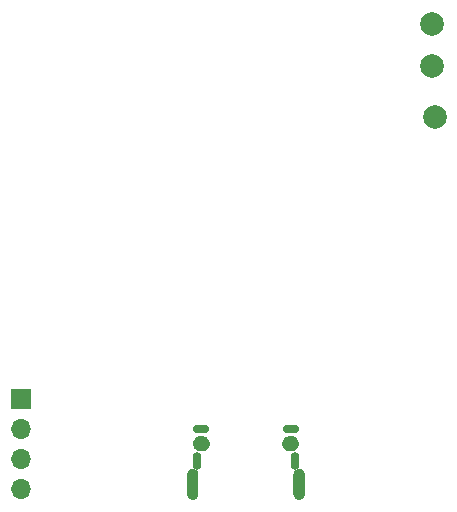
<source format=gbr>
%TF.GenerationSoftware,KiCad,Pcbnew,(6.0.1)*%
%TF.CreationDate,2022-02-16T12:20:19+01:00*%
%TF.ProjectId,KiCad_PCB,4b694361-645f-4504-9342-2e6b69636164,rev?*%
%TF.SameCoordinates,Original*%
%TF.FileFunction,Soldermask,Bot*%
%TF.FilePolarity,Negative*%
%FSLAX46Y46*%
G04 Gerber Fmt 4.6, Leading zero omitted, Abs format (unit mm)*
G04 Created by KiCad (PCBNEW (6.0.1)) date 2022-02-16 12:20:19*
%MOMM*%
%LPD*%
G01*
G04 APERTURE LIST*
%ADD10C,0.700000*%
%ADD11O,1.400000X0.700000*%
%ADD12O,0.750000X1.500000*%
%ADD13R,1.700000X1.700000*%
%ADD14O,1.700000X1.700000*%
%ADD15C,2.000000*%
G04 APERTURE END LIST*
%TO.C,J2*%
G36*
X137622000Y-100177000D02*
G01*
X137647000Y-100179000D01*
X137671000Y-100182000D01*
X137696000Y-100186000D01*
X137720000Y-100192000D01*
X137744000Y-100199000D01*
X137790000Y-100217000D01*
X137813000Y-100228000D01*
X137835000Y-100240000D01*
X137856000Y-100253000D01*
X137876000Y-100267000D01*
X137896000Y-100282000D01*
X137915000Y-100298000D01*
X137933000Y-100315000D01*
X137950000Y-100333000D01*
X137966000Y-100352000D01*
X137981000Y-100372000D01*
X137995000Y-100392000D01*
X138008000Y-100414000D01*
X138020000Y-100435000D01*
X138031000Y-100458000D01*
X138049000Y-100504000D01*
X138056000Y-100528000D01*
X138062000Y-100552000D01*
X138066000Y-100577000D01*
X138069000Y-100601000D01*
X138071000Y-100626000D01*
X138072000Y-100651000D01*
X138072000Y-102318000D01*
X138071000Y-102343000D01*
X138069000Y-102368000D01*
X138066000Y-102392000D01*
X138062000Y-102417000D01*
X138056000Y-102441000D01*
X138049000Y-102465000D01*
X138040000Y-102489000D01*
X138031000Y-102512000D01*
X138020000Y-102534000D01*
X138008000Y-102556000D01*
X137995000Y-102577000D01*
X137981000Y-102598000D01*
X137966000Y-102618000D01*
X137950000Y-102637000D01*
X137933000Y-102655000D01*
X137915000Y-102672000D01*
X137896000Y-102688000D01*
X137876000Y-102703000D01*
X137855000Y-102717000D01*
X137834000Y-102730000D01*
X137812000Y-102742000D01*
X137790000Y-102753000D01*
X137767000Y-102762000D01*
X137743000Y-102771000D01*
X137719000Y-102778000D01*
X137695000Y-102784000D01*
X137670000Y-102788000D01*
X137646000Y-102791000D01*
X137621000Y-102793000D01*
X137596000Y-102794000D01*
X137571000Y-102793000D01*
X137546000Y-102791000D01*
X137522000Y-102788000D01*
X137497000Y-102784000D01*
X137473000Y-102778000D01*
X137449000Y-102771000D01*
X137403000Y-102753000D01*
X137380000Y-102742000D01*
X137359000Y-102730000D01*
X137337000Y-102717000D01*
X137317000Y-102703000D01*
X137297000Y-102688000D01*
X137278000Y-102672000D01*
X137260000Y-102655000D01*
X137243000Y-102637000D01*
X137227000Y-102618000D01*
X137212000Y-102598000D01*
X137198000Y-102578000D01*
X137185000Y-102557000D01*
X137173000Y-102535000D01*
X137162000Y-102512000D01*
X137144000Y-102466000D01*
X137137000Y-102442000D01*
X137131000Y-102418000D01*
X137127000Y-102393000D01*
X137124000Y-102369000D01*
X137122000Y-102344000D01*
X137121000Y-102319000D01*
X137121000Y-100652000D01*
X137122000Y-100627000D01*
X137124000Y-100602000D01*
X137127000Y-100578000D01*
X137131000Y-100553000D01*
X137137000Y-100529000D01*
X137144000Y-100505000D01*
X137153000Y-100481000D01*
X137162000Y-100458000D01*
X137173000Y-100436000D01*
X137185000Y-100414000D01*
X137198000Y-100393000D01*
X137212000Y-100372000D01*
X137227000Y-100352000D01*
X137243000Y-100333000D01*
X137260000Y-100315000D01*
X137278000Y-100298000D01*
X137297000Y-100282000D01*
X137317000Y-100267000D01*
X137338000Y-100253000D01*
X137359000Y-100240000D01*
X137381000Y-100228000D01*
X137403000Y-100217000D01*
X137426000Y-100208000D01*
X137450000Y-100199000D01*
X137474000Y-100192000D01*
X137498000Y-100186000D01*
X137523000Y-100182000D01*
X137547000Y-100179000D01*
X137572000Y-100177000D01*
X137597000Y-100176000D01*
X137622000Y-100177000D01*
G37*
G36*
X128622000Y-100177000D02*
G01*
X128647000Y-100179000D01*
X128671000Y-100182000D01*
X128696000Y-100186000D01*
X128720000Y-100192000D01*
X128744000Y-100199000D01*
X128790000Y-100217000D01*
X128813000Y-100228000D01*
X128835000Y-100240000D01*
X128856000Y-100253000D01*
X128876000Y-100267000D01*
X128896000Y-100282000D01*
X128915000Y-100298000D01*
X128933000Y-100315000D01*
X128950000Y-100333000D01*
X128966000Y-100352000D01*
X128981000Y-100372000D01*
X128995000Y-100392000D01*
X129008000Y-100414000D01*
X129020000Y-100435000D01*
X129031000Y-100458000D01*
X129049000Y-100504000D01*
X129056000Y-100528000D01*
X129062000Y-100552000D01*
X129066000Y-100577000D01*
X129069000Y-100601000D01*
X129071000Y-100626000D01*
X129072000Y-100651000D01*
X129072000Y-102318000D01*
X129071000Y-102343000D01*
X129069000Y-102368000D01*
X129066000Y-102392000D01*
X129062000Y-102417000D01*
X129056000Y-102441000D01*
X129049000Y-102465000D01*
X129040000Y-102489000D01*
X129031000Y-102512000D01*
X129020000Y-102534000D01*
X129008000Y-102556000D01*
X128995000Y-102577000D01*
X128981000Y-102598000D01*
X128966000Y-102618000D01*
X128950000Y-102637000D01*
X128933000Y-102655000D01*
X128915000Y-102672000D01*
X128896000Y-102688000D01*
X128876000Y-102703000D01*
X128855000Y-102717000D01*
X128834000Y-102730000D01*
X128812000Y-102742000D01*
X128790000Y-102753000D01*
X128767000Y-102762000D01*
X128743000Y-102771000D01*
X128719000Y-102778000D01*
X128695000Y-102784000D01*
X128670000Y-102788000D01*
X128646000Y-102791000D01*
X128621000Y-102793000D01*
X128596000Y-102794000D01*
X128571000Y-102793000D01*
X128546000Y-102791000D01*
X128522000Y-102788000D01*
X128497000Y-102784000D01*
X128473000Y-102778000D01*
X128449000Y-102771000D01*
X128403000Y-102753000D01*
X128380000Y-102742000D01*
X128359000Y-102730000D01*
X128337000Y-102717000D01*
X128317000Y-102703000D01*
X128297000Y-102688000D01*
X128278000Y-102672000D01*
X128260000Y-102655000D01*
X128243000Y-102637000D01*
X128227000Y-102618000D01*
X128212000Y-102598000D01*
X128198000Y-102578000D01*
X128185000Y-102557000D01*
X128173000Y-102535000D01*
X128162000Y-102512000D01*
X128144000Y-102466000D01*
X128137000Y-102442000D01*
X128131000Y-102418000D01*
X128127000Y-102393000D01*
X128124000Y-102369000D01*
X128122000Y-102344000D01*
X128121000Y-102319000D01*
X128121000Y-100652000D01*
X128122000Y-100627000D01*
X128124000Y-100602000D01*
X128127000Y-100578000D01*
X128131000Y-100553000D01*
X128137000Y-100529000D01*
X128144000Y-100505000D01*
X128153000Y-100481000D01*
X128162000Y-100458000D01*
X128173000Y-100436000D01*
X128185000Y-100414000D01*
X128198000Y-100393000D01*
X128212000Y-100372000D01*
X128227000Y-100352000D01*
X128243000Y-100333000D01*
X128260000Y-100315000D01*
X128278000Y-100298000D01*
X128297000Y-100282000D01*
X128317000Y-100267000D01*
X128338000Y-100253000D01*
X128359000Y-100240000D01*
X128381000Y-100228000D01*
X128403000Y-100217000D01*
X128426000Y-100208000D01*
X128450000Y-100199000D01*
X128474000Y-100192000D01*
X128498000Y-100186000D01*
X128523000Y-100182000D01*
X128547000Y-100179000D01*
X128572000Y-100177000D01*
X128597000Y-100176000D01*
X128622000Y-100177000D01*
G37*
G36*
X136961000Y-97395000D02*
G01*
X136995000Y-97398000D01*
X137029000Y-97402000D01*
X137062000Y-97408000D01*
X137095000Y-97416000D01*
X137128000Y-97426000D01*
X137160000Y-97437000D01*
X137191000Y-97450000D01*
X137222000Y-97465000D01*
X137252000Y-97481000D01*
X137280000Y-97499000D01*
X137308000Y-97518000D01*
X137335000Y-97539000D01*
X137361000Y-97561000D01*
X137386000Y-97584000D01*
X137409000Y-97609000D01*
X137431000Y-97635000D01*
X137452000Y-97662000D01*
X137471000Y-97690000D01*
X137489000Y-97718000D01*
X137505000Y-97748000D01*
X137520000Y-97779000D01*
X137533000Y-97810000D01*
X137544000Y-97842000D01*
X137554000Y-97875000D01*
X137562000Y-97908000D01*
X137568000Y-97941000D01*
X137572000Y-97975000D01*
X137575000Y-98009000D01*
X137576000Y-98047000D01*
X137575000Y-98081000D01*
X137572000Y-98115000D01*
X137568000Y-98149000D01*
X137562000Y-98182000D01*
X137554000Y-98215000D01*
X137544000Y-98247000D01*
X137533000Y-98279000D01*
X137520000Y-98310000D01*
X137506000Y-98341000D01*
X137489000Y-98371000D01*
X137472000Y-98400000D01*
X137453000Y-98428000D01*
X137432000Y-98454000D01*
X137410000Y-98480000D01*
X137387000Y-98505000D01*
X137362000Y-98528000D01*
X137336000Y-98550000D01*
X137310000Y-98571000D01*
X137282000Y-98590000D01*
X137253000Y-98607000D01*
X137223000Y-98624000D01*
X137192000Y-98638000D01*
X137161000Y-98651000D01*
X137129000Y-98662000D01*
X137097000Y-98672000D01*
X137064000Y-98680000D01*
X137031000Y-98686000D01*
X136997000Y-98690000D01*
X136963000Y-98693000D01*
X136930000Y-98694000D01*
X136820000Y-98694000D01*
X136782000Y-98693000D01*
X136748000Y-98690000D01*
X136714000Y-98686000D01*
X136681000Y-98680000D01*
X136648000Y-98672000D01*
X136615000Y-98662000D01*
X136583000Y-98651000D01*
X136552000Y-98638000D01*
X136521000Y-98623000D01*
X136491000Y-98607000D01*
X136462000Y-98589000D01*
X136434000Y-98570000D01*
X136407000Y-98549000D01*
X136381000Y-98527000D01*
X136356000Y-98504000D01*
X136333000Y-98479000D01*
X136311000Y-98453000D01*
X136290000Y-98426000D01*
X136271000Y-98398000D01*
X136253000Y-98369000D01*
X136237000Y-98339000D01*
X136222000Y-98308000D01*
X136209000Y-98277000D01*
X136198000Y-98245000D01*
X136188000Y-98212000D01*
X136180000Y-98179000D01*
X136174000Y-98146000D01*
X136170000Y-98112000D01*
X136167000Y-98078000D01*
X136166000Y-98048000D01*
X136166000Y-98047000D01*
X136167000Y-98013000D01*
X136170000Y-97979000D01*
X136174000Y-97945000D01*
X136180000Y-97912000D01*
X136188000Y-97878000D01*
X136198000Y-97846000D01*
X136209000Y-97813000D01*
X136222000Y-97782000D01*
X136237000Y-97751000D01*
X136254000Y-97721000D01*
X136271000Y-97692000D01*
X136291000Y-97663000D01*
X136312000Y-97636000D01*
X136334000Y-97610000D01*
X136357000Y-97585000D01*
X136382000Y-97562000D01*
X136408000Y-97540000D01*
X136435000Y-97519000D01*
X136464000Y-97499000D01*
X136493000Y-97482000D01*
X136523000Y-97465000D01*
X136554000Y-97450000D01*
X136585000Y-97437000D01*
X136618000Y-97426000D01*
X136650000Y-97416000D01*
X136684000Y-97408000D01*
X136717000Y-97402000D01*
X136751000Y-97398000D01*
X136785000Y-97395000D01*
X136820000Y-97394000D01*
X136931000Y-97394000D01*
X136961000Y-97395000D01*
G37*
G36*
X129411000Y-97395000D02*
G01*
X129445000Y-97398000D01*
X129479000Y-97402000D01*
X129512000Y-97408000D01*
X129545000Y-97416000D01*
X129578000Y-97426000D01*
X129610000Y-97437000D01*
X129641000Y-97450000D01*
X129672000Y-97465000D01*
X129702000Y-97481000D01*
X129730000Y-97499000D01*
X129758000Y-97518000D01*
X129785000Y-97539000D01*
X129811000Y-97561000D01*
X129836000Y-97584000D01*
X129859000Y-97609000D01*
X129881000Y-97635000D01*
X129902000Y-97662000D01*
X129921000Y-97690000D01*
X129939000Y-97718000D01*
X129955000Y-97748000D01*
X129970000Y-97779000D01*
X129983000Y-97810000D01*
X129994000Y-97842000D01*
X130004000Y-97875000D01*
X130012000Y-97908000D01*
X130018000Y-97941000D01*
X130022000Y-97975000D01*
X130025000Y-98009000D01*
X130026000Y-98047000D01*
X130025000Y-98081000D01*
X130022000Y-98115000D01*
X130018000Y-98149000D01*
X130012000Y-98182000D01*
X130004000Y-98215000D01*
X129994000Y-98247000D01*
X129983000Y-98279000D01*
X129970000Y-98310000D01*
X129956000Y-98341000D01*
X129939000Y-98371000D01*
X129922000Y-98400000D01*
X129903000Y-98428000D01*
X129882000Y-98454000D01*
X129860000Y-98480000D01*
X129837000Y-98505000D01*
X129812000Y-98528000D01*
X129786000Y-98550000D01*
X129760000Y-98571000D01*
X129732000Y-98590000D01*
X129703000Y-98607000D01*
X129673000Y-98624000D01*
X129642000Y-98638000D01*
X129611000Y-98651000D01*
X129579000Y-98662000D01*
X129547000Y-98672000D01*
X129514000Y-98680000D01*
X129481000Y-98686000D01*
X129447000Y-98690000D01*
X129413000Y-98693000D01*
X129380000Y-98694000D01*
X129270000Y-98694000D01*
X129232000Y-98693000D01*
X129198000Y-98690000D01*
X129164000Y-98686000D01*
X129131000Y-98680000D01*
X129098000Y-98672000D01*
X129065000Y-98662000D01*
X129033000Y-98651000D01*
X129002000Y-98638000D01*
X128971000Y-98623000D01*
X128941000Y-98607000D01*
X128912000Y-98589000D01*
X128884000Y-98570000D01*
X128857000Y-98549000D01*
X128831000Y-98527000D01*
X128806000Y-98504000D01*
X128783000Y-98479000D01*
X128761000Y-98453000D01*
X128740000Y-98426000D01*
X128721000Y-98398000D01*
X128703000Y-98369000D01*
X128687000Y-98339000D01*
X128672000Y-98308000D01*
X128659000Y-98277000D01*
X128648000Y-98245000D01*
X128638000Y-98212000D01*
X128630000Y-98179000D01*
X128624000Y-98146000D01*
X128620000Y-98112000D01*
X128617000Y-98078000D01*
X128616000Y-98048000D01*
X128616000Y-98047000D01*
X128617000Y-98013000D01*
X128620000Y-97979000D01*
X128624000Y-97945000D01*
X128630000Y-97912000D01*
X128638000Y-97878000D01*
X128648000Y-97846000D01*
X128659000Y-97813000D01*
X128672000Y-97782000D01*
X128687000Y-97751000D01*
X128704000Y-97721000D01*
X128721000Y-97692000D01*
X128741000Y-97663000D01*
X128762000Y-97636000D01*
X128784000Y-97610000D01*
X128807000Y-97585000D01*
X128832000Y-97562000D01*
X128858000Y-97540000D01*
X128885000Y-97519000D01*
X128914000Y-97499000D01*
X128943000Y-97482000D01*
X128973000Y-97465000D01*
X129004000Y-97450000D01*
X129035000Y-97437000D01*
X129068000Y-97426000D01*
X129100000Y-97416000D01*
X129134000Y-97408000D01*
X129167000Y-97402000D01*
X129201000Y-97398000D01*
X129235000Y-97395000D01*
X129270000Y-97394000D01*
X129381000Y-97394000D01*
X129411000Y-97395000D01*
G37*
%TD*%
D10*
%TO.C,J2*%
X129321000Y-98044000D03*
X136871000Y-98044000D03*
D11*
X129251000Y-96814000D03*
X136941000Y-96814000D03*
D12*
X137221000Y-99474000D03*
X128971000Y-99474000D03*
%TD*%
D13*
%TO.C,J1*%
X114046000Y-94244000D03*
D14*
X114046000Y-96784000D03*
X114046000Y-99324000D03*
X114046000Y-101864000D03*
%TD*%
D15*
%TO.C,D1*%
X149098000Y-70358000D03*
%TD*%
%TO.C,D3*%
X148844000Y-62484000D03*
%TD*%
%TO.C,D2*%
X148844000Y-66040000D03*
%TD*%
M02*

</source>
